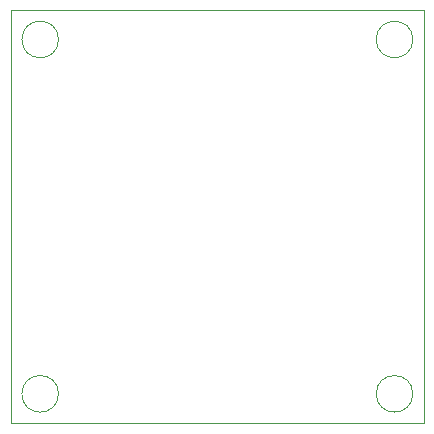
<source format=gbr>
%TF.GenerationSoftware,KiCad,Pcbnew,8.0.3*%
%TF.CreationDate,2024-07-16T20:28:35-05:00*%
%TF.ProjectId,XiaoSensePcb,5869616f-5365-46e7-9365-5063622e6b69,rev?*%
%TF.SameCoordinates,Original*%
%TF.FileFunction,Profile,NP*%
%FSLAX46Y46*%
G04 Gerber Fmt 4.6, Leading zero omitted, Abs format (unit mm)*
G04 Created by KiCad (PCBNEW 8.0.3) date 2024-07-16 20:28:35*
%MOMM*%
%LPD*%
G01*
G04 APERTURE LIST*
%TA.AperFunction,Profile*%
%ADD10C,0.050000*%
%TD*%
G04 APERTURE END LIST*
D10*
X115050000Y-114000000D02*
G75*
G02*
X111950000Y-114000000I-1550000J0D01*
G01*
X111950000Y-114000000D02*
G75*
G02*
X115050000Y-114000000I1550000J0D01*
G01*
X85050000Y-114000000D02*
G75*
G02*
X81950000Y-114000000I-1550000J0D01*
G01*
X81950000Y-114000000D02*
G75*
G02*
X85050000Y-114000000I1550000J0D01*
G01*
X85050000Y-84000000D02*
G75*
G02*
X81950000Y-84000000I-1550000J0D01*
G01*
X81950000Y-84000000D02*
G75*
G02*
X85050000Y-84000000I1550000J0D01*
G01*
X115050000Y-84000000D02*
G75*
G02*
X111950000Y-84000000I-1550000J0D01*
G01*
X111950000Y-84000000D02*
G75*
G02*
X115050000Y-84000000I1550000J0D01*
G01*
X81000000Y-81500000D02*
X116000000Y-81500000D01*
X116000000Y-116500000D01*
X81000000Y-116500000D01*
X81000000Y-81500000D01*
M02*

</source>
